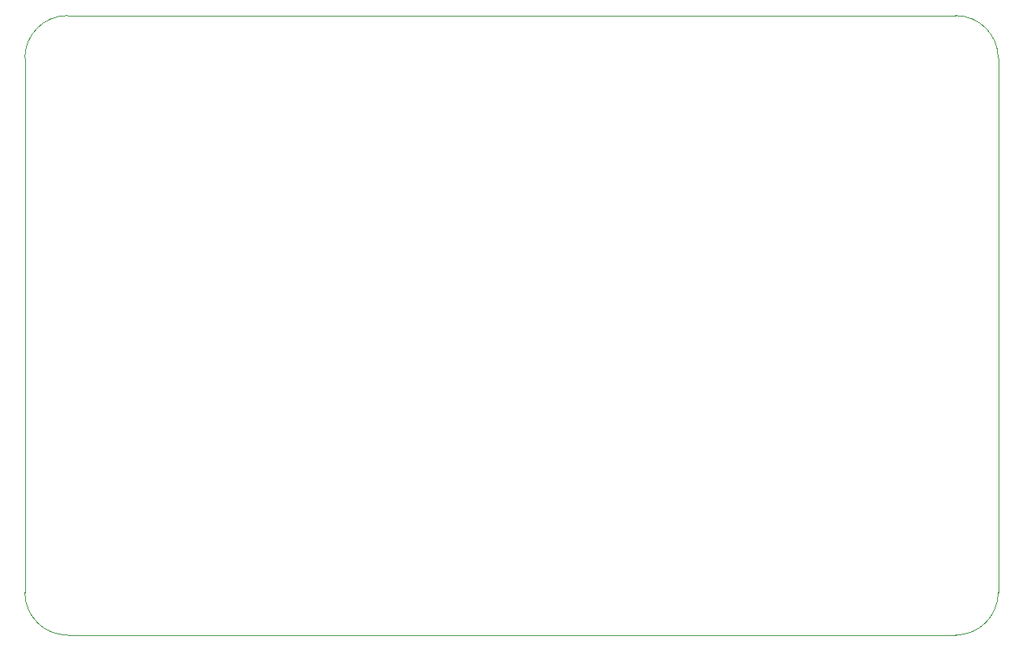
<source format=gbr>
%TF.GenerationSoftware,KiCad,Pcbnew,(6.0.1)*%
%TF.CreationDate,2022-01-30T09:16:28+01:00*%
%TF.ProjectId,board_shakercontrol,626f6172-645f-4736-9861-6b6572636f6e,rev?*%
%TF.SameCoordinates,Original*%
%TF.FileFunction,Profile,NP*%
%FSLAX46Y46*%
G04 Gerber Fmt 4.6, Leading zero omitted, Abs format (unit mm)*
G04 Created by KiCad (PCBNEW (6.0.1)) date 2022-01-30 09:16:28*
%MOMM*%
%LPD*%
G01*
G04 APERTURE LIST*
%TA.AperFunction,Profile*%
%ADD10C,0.100000*%
%TD*%
G04 APERTURE END LIST*
D10*
X48768000Y-98044000D02*
X48768000Y-40640000D01*
X148844000Y-36068000D02*
X53340000Y-36068000D01*
X148844000Y-102616000D02*
G75*
G03*
X153416000Y-98044000I-1J4572001D01*
G01*
X48768000Y-98044000D02*
G75*
G03*
X53340000Y-102616000I4572001J1D01*
G01*
X53340000Y-102616000D02*
X148844000Y-102616000D01*
X53340000Y-36068000D02*
G75*
G03*
X48768000Y-40640000I1J-4572001D01*
G01*
X153416000Y-98044000D02*
X153416000Y-40640000D01*
X153416000Y-40640000D02*
G75*
G03*
X148844000Y-36068000I-4572001J-1D01*
G01*
M02*

</source>
